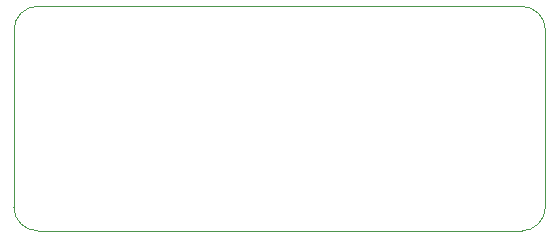
<source format=gm1>
G04 #@! TF.GenerationSoftware,KiCad,Pcbnew,9.0.4*
G04 #@! TF.CreationDate,2025-08-24T22:39:55+02:00*
G04 #@! TF.ProjectId,npn-pnp-h-bridge,6e706e2d-706e-4702-9d68-2d6272696467,rev?*
G04 #@! TF.SameCoordinates,Original*
G04 #@! TF.FileFunction,Profile,NP*
%FSLAX46Y46*%
G04 Gerber Fmt 4.6, Leading zero omitted, Abs format (unit mm)*
G04 Created by KiCad (PCBNEW 9.0.4) date 2025-08-24 22:39:55*
%MOMM*%
%LPD*%
G01*
G04 APERTURE LIST*
G04 #@! TA.AperFunction,Profile*
%ADD10C,0.100000*%
G04 #@! TD*
G04 APERTURE END LIST*
D10*
X88400000Y-51600000D02*
G75*
G02*
X90400000Y-49600000I2000000J0D01*
G01*
X131400000Y-49600000D02*
G75*
G02*
X133400000Y-51600000I0J-2000000D01*
G01*
X90400000Y-68600000D02*
G75*
G02*
X88400000Y-66600000I0J2000000D01*
G01*
X133400000Y-66600000D02*
G75*
G02*
X131400000Y-68600000I-2000000J0D01*
G01*
X88400000Y-66600000D02*
X88400000Y-51600000D01*
X90400000Y-49600000D02*
X131400000Y-49600000D01*
X133400000Y-51600000D02*
X133400000Y-66600000D01*
X131400000Y-68600000D02*
X90400000Y-68600000D01*
M02*

</source>
